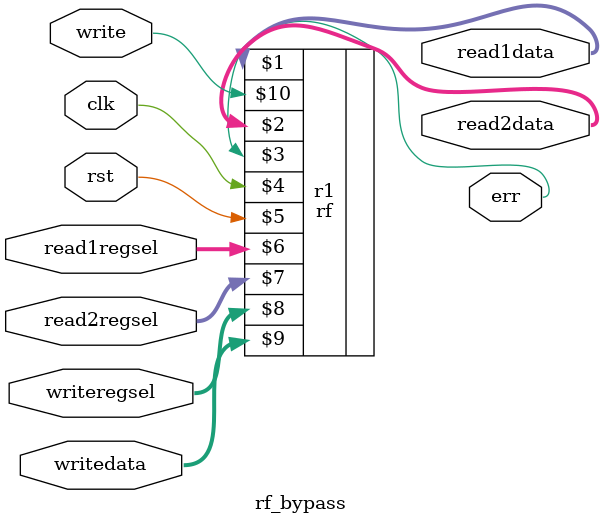
<source format=v>
/* $Author: karu $ */
/* $LastChangedDate: 2009-03-04 23:09:45 -0600 (Wed, 04 Mar 2009) $ */
/* $Rev: 45 $ */
module rf_bypass (
           // Outputs
           read1data, read2data, err,
           // Inputs
           clk, rst, read1regsel, read2regsel, writeregsel, writedata, write
           );
   input clk, rst;
   input [2:0] read1regsel;
   input [2:0] read2regsel;
   input [2:0] writeregsel;
   input [15:0] writedata;
   input        write;

   output [15:0] read1data;
   output [15:0] read2data;
   output        err;

  	rf r1(read1data,read2data,err,clk,rst,read1regsel,read2regsel,writeregsel,writedata,write);
	
	
endmodule
// DUMMY LINE FOR REV CONTROL :1:

</source>
